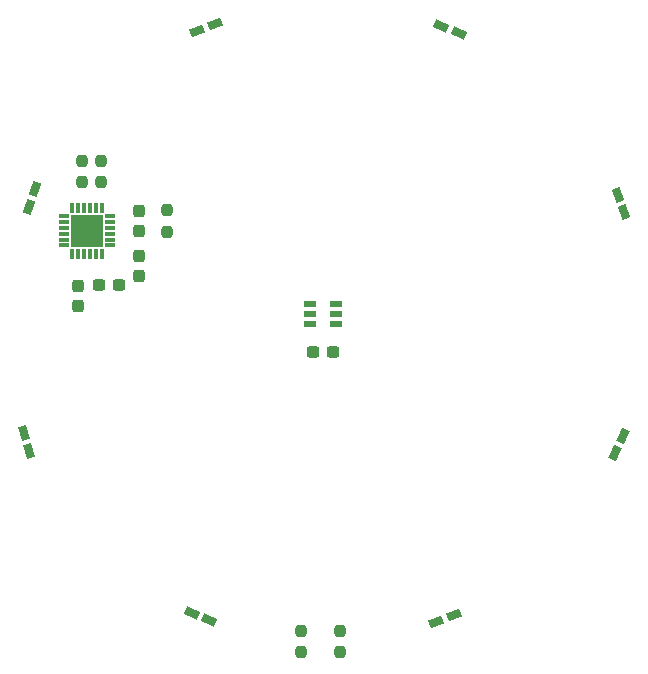
<source format=gtp>
%TF.GenerationSoftware,KiCad,Pcbnew,8.0.0*%
%TF.CreationDate,2024-03-28T16:54:28+01:00*%
%TF.ProjectId,BAT2024,42415432-3032-4342-9e6b-696361645f70,1.0*%
%TF.SameCoordinates,Original*%
%TF.FileFunction,Paste,Top*%
%TF.FilePolarity,Positive*%
%FSLAX46Y46*%
G04 Gerber Fmt 4.6, Leading zero omitted, Abs format (unit mm)*
G04 Created by KiCad (PCBNEW 8.0.0) date 2024-03-28 16:54:28*
%MOMM*%
%LPD*%
G01*
G04 APERTURE LIST*
G04 Aperture macros list*
%AMRoundRect*
0 Rectangle with rounded corners*
0 $1 Rounding radius*
0 $2 $3 $4 $5 $6 $7 $8 $9 X,Y pos of 4 corners*
0 Add a 4 corners polygon primitive as box body*
4,1,4,$2,$3,$4,$5,$6,$7,$8,$9,$2,$3,0*
0 Add four circle primitives for the rounded corners*
1,1,$1+$1,$2,$3*
1,1,$1+$1,$4,$5*
1,1,$1+$1,$6,$7*
1,1,$1+$1,$8,$9*
0 Add four rect primitives between the rounded corners*
20,1,$1+$1,$2,$3,$4,$5,0*
20,1,$1+$1,$4,$5,$6,$7,0*
20,1,$1+$1,$6,$7,$8,$9,0*
20,1,$1+$1,$8,$9,$2,$3,0*%
%AMRotRect*
0 Rectangle, with rotation*
0 The origin of the aperture is its center*
0 $1 length*
0 $2 width*
0 $3 Rotation angle, in degrees counterclockwise*
0 Add horizontal line*
21,1,$1,$2,0,0,$3*%
G04 Aperture macros list end*
%ADD10RoundRect,0.237500X-0.237500X0.250000X-0.237500X-0.250000X0.237500X-0.250000X0.237500X0.250000X0*%
%ADD11RotRect,0.700000X1.200000X341.000000*%
%ADD12RotRect,0.700000X1.200000X111.000000*%
%ADD13RotRect,0.700000X1.200000X201.000000*%
%ADD14RotRect,0.700000X1.200000X246.000000*%
%ADD15RotRect,0.700000X1.200000X16.000000*%
%ADD16RotRect,0.700000X1.200000X66.000000*%
%ADD17R,0.850000X0.300000*%
%ADD18R,0.300000X0.850000*%
%ADD19R,2.700000X2.700000*%
%ADD20RoundRect,0.237500X-0.237500X0.300000X-0.237500X-0.300000X0.237500X-0.300000X0.237500X0.300000X0*%
%ADD21RoundRect,0.237500X0.237500X-0.250000X0.237500X0.250000X-0.237500X0.250000X-0.237500X-0.250000X0*%
%ADD22RotRect,0.700000X1.200000X156.000000*%
%ADD23RotRect,0.700000X1.200000X291.000000*%
%ADD24R,1.032000X0.622000*%
%ADD25R,1.032000X0.500000*%
%ADD26RoundRect,0.237500X0.300000X0.237500X-0.300000X0.237500X-0.300000X-0.237500X0.300000X-0.237500X0*%
%ADD27RoundRect,0.237500X0.237500X-0.300000X0.237500X0.300000X-0.237500X0.300000X-0.237500X-0.300000X0*%
G04 APERTURE END LIST*
D10*
%TO.C,R8*%
X101128000Y-47915500D03*
X101128000Y-49740500D03*
%TD*%
D11*
%TO.C,LED7*%
X89963239Y-46156133D03*
X89442331Y-47668965D03*
%TD*%
D12*
%TO.C,LED4*%
X123923929Y-82782947D03*
X125417657Y-82209559D03*
%TD*%
D13*
%TO.C,LED2*%
X139877074Y-48094776D03*
X139303686Y-46601048D03*
%TD*%
D14*
%TO.C,LED1*%
X125836995Y-32934046D03*
X124375323Y-32283268D03*
%TD*%
D15*
%TO.C,LED6*%
X89448511Y-68345674D03*
X89007489Y-66807656D03*
%TD*%
D10*
%TO.C,R11*%
X93978000Y-43740500D03*
X93978000Y-45565500D03*
%TD*%
D16*
%TO.C,LED5*%
X103275841Y-81990530D03*
X104737513Y-82641308D03*
%TD*%
D17*
%TO.C,IC3*%
X96328000Y-50903000D03*
X96328000Y-50403000D03*
X96328000Y-49903000D03*
X96328000Y-49403000D03*
X96328000Y-48903000D03*
X96328000Y-48403000D03*
D18*
X95628000Y-47703000D03*
X95128000Y-47703000D03*
X94628000Y-47703000D03*
X94128000Y-47703000D03*
X93628000Y-47703000D03*
X93128000Y-47703000D03*
D17*
X92428000Y-48403000D03*
X92428000Y-48903000D03*
X92428000Y-49403000D03*
X92428000Y-49903000D03*
X92428000Y-50403000D03*
X92428000Y-50903000D03*
D18*
X93128000Y-51603000D03*
X93628000Y-51603000D03*
X94128000Y-51603000D03*
X94628000Y-51603000D03*
X95128000Y-51603000D03*
X95628000Y-51603000D03*
D19*
X94378000Y-49653000D03*
%TD*%
D20*
%TO.C,C3*%
X98795500Y-51790500D03*
X98795500Y-53515500D03*
%TD*%
D21*
%TO.C,R4*%
X112462000Y-85340500D03*
X112462000Y-83515500D03*
%TD*%
D10*
%TO.C,R10*%
X95578000Y-43740500D03*
X95578000Y-45565500D03*
%TD*%
D22*
%TO.C,LED3*%
X139102611Y-68458836D03*
X139753389Y-66997164D03*
%TD*%
D20*
%TO.C,C2*%
X93628000Y-54328000D03*
X93628000Y-56053000D03*
%TD*%
D23*
%TO.C,LED8*%
X105188902Y-32141632D03*
X103695174Y-32715020D03*
%TD*%
D21*
%TO.C,R3*%
X115828000Y-85340500D03*
X115828000Y-83515500D03*
%TD*%
D24*
%TO.C,MK1*%
X115438000Y-57596000D03*
D25*
X115438000Y-56712000D03*
D24*
X115438000Y-55828000D03*
X113228000Y-55828000D03*
D25*
X113228000Y-56712000D03*
D24*
X113228000Y-57596000D03*
%TD*%
D26*
%TO.C,C4*%
X97090500Y-54269000D03*
X95365500Y-54269000D03*
%TD*%
%TO.C,C9*%
X115195500Y-59928000D03*
X113470500Y-59928000D03*
%TD*%
D27*
%TO.C,C1*%
X98795500Y-49715500D03*
X98795500Y-47990500D03*
%TD*%
M02*

</source>
